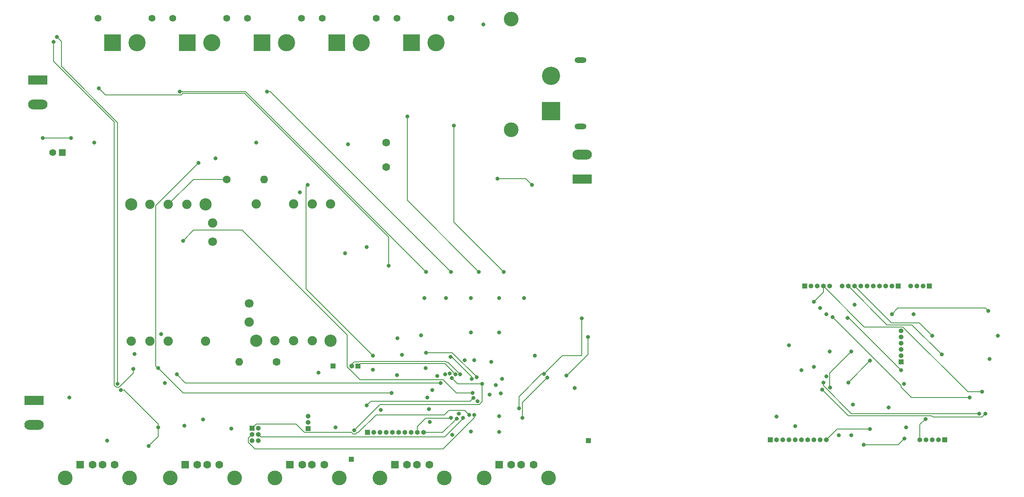
<source format=gbr>
%TF.GenerationSoftware,KiCad,Pcbnew,(6.0.0)*%
%TF.CreationDate,2022-02-25T16:17:33+00:00*%
%TF.ProjectId,ISOpower,49534f70-6f77-4657-922e-6b696361645f,rev?*%
%TF.SameCoordinates,Original*%
%TF.FileFunction,Copper,L3,Inr*%
%TF.FilePolarity,Positive*%
%FSLAX46Y46*%
G04 Gerber Fmt 4.6, Leading zero omitted, Abs format (unit mm)*
G04 Created by KiCad (PCBNEW (6.0.0)) date 2022-02-25 16:17:33*
%MOMM*%
%LPD*%
G01*
G04 APERTURE LIST*
%TA.AperFunction,ComponentPad*%
%ADD10C,3.716000*%
%TD*%
%TA.AperFunction,ComponentPad*%
%ADD11R,3.716000X3.716000*%
%TD*%
%TA.AperFunction,ComponentPad*%
%ADD12O,2.400000X1.200000*%
%TD*%
%TA.AperFunction,ComponentPad*%
%ADD13R,1.600000X1.500000*%
%TD*%
%TA.AperFunction,ComponentPad*%
%ADD14C,1.600000*%
%TD*%
%TA.AperFunction,ComponentPad*%
%ADD15C,3.000000*%
%TD*%
%TA.AperFunction,ComponentPad*%
%ADD16R,1.000000X1.000000*%
%TD*%
%TA.AperFunction,ComponentPad*%
%ADD17O,1.000000X1.000000*%
%TD*%
%TA.AperFunction,ComponentPad*%
%ADD18C,1.400000*%
%TD*%
%TA.AperFunction,ComponentPad*%
%ADD19R,3.500000X3.500000*%
%TD*%
%TA.AperFunction,ComponentPad*%
%ADD20C,3.500000*%
%TD*%
%TA.AperFunction,ComponentPad*%
%ADD21O,1.600000X1.600000*%
%TD*%
%TA.AperFunction,ComponentPad*%
%ADD22R,3.960000X1.980000*%
%TD*%
%TA.AperFunction,ComponentPad*%
%ADD23O,3.960000X1.980000*%
%TD*%
%TA.AperFunction,ComponentPad*%
%ADD24C,1.900000*%
%TD*%
%TA.AperFunction,ComponentPad*%
%ADD25C,1.800000*%
%TD*%
%TA.AperFunction,ComponentPad*%
%ADD26C,2.500000*%
%TD*%
%TA.AperFunction,ComponentPad*%
%ADD27R,1.400000X1.400000*%
%TD*%
%TA.AperFunction,ViaPad*%
%ADD28C,0.800000*%
%TD*%
%TA.AperFunction,Conductor*%
%ADD29C,0.200000*%
%TD*%
G04 APERTURE END LIST*
D10*
%TO.N,GND*%
%TO.C,J1*%
X167454511Y-54899511D03*
D11*
%TO.N,/24V_0*%
X167454511Y-62099511D03*
D12*
%TO.N,N/C*%
X173454511Y-65249511D03*
X173454511Y-51749511D03*
%TD*%
D13*
%TO.N,5V_BUS*%
%TO.C,J12*%
X135599511Y-134319511D03*
D14*
%TO.N,unconnected-(J12-Pad2)*%
X138099511Y-134319511D03*
%TO.N,unconnected-(J12-Pad3)*%
X140099511Y-134319511D03*
%TO.N,GND*%
X142599511Y-134319511D03*
D15*
X145669511Y-137029511D03*
X132529511Y-137029511D03*
%TD*%
D16*
%TO.N,23*%
%TO.C,J2*%
X247742500Y-129225000D03*
D17*
%TO.N,19*%
X246472500Y-129225000D03*
%TO.N,18*%
X245202500Y-129225000D03*
%TO.N,5*%
X243932500Y-129225000D03*
%TO.N,4*%
X242662500Y-129225000D03*
%TD*%
D18*
%TO.N,*%
%TO.C,J15*%
X90284511Y-43129511D03*
X101284511Y-43129511D03*
D19*
%TO.N,GND*%
X93284511Y-48129511D03*
D20*
%TO.N,/Power Outputs/12V_OP_1*%
X98284511Y-48129511D03*
%TD*%
D14*
%TO.N,Net-(R7-Pad1)*%
%TO.C,R7*%
X101304511Y-76069511D03*
D21*
%TO.N,GND*%
X108924511Y-76069511D03*
%TD*%
D16*
%TO.N,Net-(J8-Pad1)*%
%TO.C,J8*%
X106494511Y-126869511D03*
D17*
%TO.N,/AtMega328p/MCU_5V_BUS*%
X107764511Y-126869511D03*
%TO.N,Net-(J8-Pad3)*%
X106494511Y-128139511D03*
%TO.N,Net-(J8-Pad4)*%
X107764511Y-128139511D03*
%TO.N,/AtMega328p/USB MCU CH340 Interface A/DTR_A*%
X106494511Y-129409511D03*
%TO.N,GND*%
X107764511Y-129409511D03*
%TD*%
%TO.N,/AtMega328p/ADC4*%
%TO.C,J25*%
X126814511Y-114169511D03*
D16*
%TO.N,/AtMega328p/ADC5*%
X128084511Y-114169511D03*
%TD*%
D22*
%TO.N,GND*%
%TO.C,J21*%
X173804511Y-75989511D03*
D23*
%TO.N,24V_BUS*%
X173804511Y-70989511D03*
%TD*%
D24*
%TO.N,unconnected-(U5-Pad34)*%
%TO.C,U5*%
X85624511Y-109089511D03*
%TO.N,unconnected-(U5-Pad33)*%
X98424511Y-84989511D03*
D25*
%TO.N,unconnected-(U5-Pad32)*%
X98424511Y-88789511D03*
D26*
%TO.N,/Power Distribution/12V_I_SENSE_IP*%
X81824511Y-81189511D03*
D24*
X85624511Y-81189511D03*
%TO.N,Net-(R7-Pad1)*%
X89424511Y-81189511D03*
%TO.N,unconnected-(U5-Pad5)*%
X93224511Y-81189511D03*
D26*
%TO.N,GND*%
X97024511Y-81189511D03*
D24*
X97024511Y-109089511D03*
%TO.N,Net-(JP3-Pad2)*%
X89424511Y-109089511D03*
%TO.N,24V_BUS*%
X81824511Y-109089511D03*
%TD*%
D18*
%TO.N,*%
%TO.C,J14*%
X75044511Y-43129511D03*
X86044511Y-43129511D03*
D19*
%TO.N,GND*%
X78044511Y-48129511D03*
D20*
%TO.N,/Power Outputs/12V_OP_0*%
X83044511Y-48129511D03*
%TD*%
D18*
%TO.N,*%
%TO.C,J18*%
X147004511Y-43129511D03*
X136004511Y-43129511D03*
D19*
%TO.N,GND*%
X139004511Y-48129511D03*
D20*
%TO.N,/Power Outputs/12V_OP_4*%
X144004511Y-48129511D03*
%TD*%
D16*
%TO.N,/AtMega328p/CH_C*%
%TO.C,J24*%
X123004511Y-114169511D03*
%TD*%
D22*
%TO.N,GND*%
%TO.C,J22*%
X62804511Y-55749511D03*
D23*
%TO.N,12V_BUS*%
X62804511Y-60749511D03*
%TD*%
D16*
%TO.N,/ESP32_Daughterboard/GND*%
%TO.C,J7*%
X219147500Y-97877500D03*
D17*
%TO.N,/ESP32_Daughterboard/3V3_BUS*%
X220417500Y-97877500D03*
%TO.N,/ESP32_Daughterboard/MCU_5V_BUS*%
X221687500Y-97877500D03*
%TO.N,SCL*%
X222957500Y-97877500D03*
%TO.N,SDA*%
X224227500Y-97877500D03*
%TD*%
D13*
%TO.N,5V_BUS*%
%TO.C,J13*%
X156849506Y-134319511D03*
D14*
%TO.N,unconnected-(J13-Pad2)*%
X159349506Y-134319511D03*
%TO.N,unconnected-(J13-Pad3)*%
X161349506Y-134319511D03*
%TO.N,GND*%
X163849506Y-134319511D03*
D15*
X153779506Y-137029511D03*
X166919506Y-137029511D03*
%TD*%
D24*
%TO.N,24V_BUS*%
%TO.C,U4*%
X122524511Y-81119511D03*
%TO.N,Net-(JP2-Pad2)*%
X114924511Y-81119511D03*
%TO.N,GND*%
X107324511Y-81119511D03*
D26*
X107324511Y-109019511D03*
D24*
%TO.N,unconnected-(U4-Pad5)*%
X111124511Y-109019511D03*
%TO.N,Net-(R6-Pad1)*%
X114924511Y-109019511D03*
%TO.N,/Power Distribution/5V_I_SENSE_IP*%
X118724511Y-109019511D03*
D26*
X122524511Y-109019511D03*
D25*
%TO.N,unconnected-(U4-Pad32)*%
X105924511Y-101419511D03*
D24*
%TO.N,unconnected-(U4-Pad33)*%
X105924511Y-105219511D03*
%TO.N,unconnected-(U4-Pad34)*%
X118724511Y-81119511D03*
%TD*%
D16*
%TO.N,Net-(J3-Pad1)*%
%TO.C,J3*%
X244557500Y-97877500D03*
D17*
%TO.N,Net-(J3-Pad2)*%
X243287500Y-97877500D03*
%TO.N,Net-(J3-Pad3)*%
X242017500Y-97877500D03*
%TO.N,Net-(J3-Pad4)*%
X240747500Y-97877500D03*
%TD*%
D14*
%TO.N,24V_BUS*%
%TO.C,C19*%
X133799511Y-73529511D03*
%TO.N,GND*%
X133799511Y-68529511D03*
%TD*%
D27*
%TO.N,12V_BUS*%
%TO.C,M1*%
X67809511Y-70629511D03*
D18*
%TO.N,GND*%
X65809511Y-70629511D03*
%TD*%
D13*
%TO.N,5V_BUS*%
%TO.C,J10*%
X92834511Y-134319511D03*
D14*
%TO.N,unconnected-(J10-Pad2)*%
X95334511Y-134319511D03*
%TO.N,unconnected-(J10-Pad3)*%
X97334511Y-134319511D03*
%TO.N,GND*%
X99834511Y-134319511D03*
D15*
X102904511Y-137029511D03*
X89764511Y-137029511D03*
%TD*%
D16*
%TO.N,/USB_PBUS*%
%TO.C,J6*%
X117924511Y-126954511D03*
D17*
%TO.N,/AtMega328p/MCU_5V_BUS*%
X117924511Y-125684511D03*
%TO.N,MCU_5V*%
X117924511Y-124414511D03*
%TD*%
D14*
%TO.N,Net-(R6-Pad1)*%
%TO.C,R6*%
X111464511Y-113369511D03*
D21*
%TO.N,GND*%
X103844511Y-113369511D03*
%TD*%
D16*
%TO.N,/USB_PBUS*%
%TO.C,J26*%
X175074511Y-129409511D03*
%TD*%
D18*
%TO.N,*%
%TO.C,J17*%
X120764511Y-43129511D03*
X131764511Y-43129511D03*
D19*
%TO.N,GND*%
X123764511Y-48129511D03*
D20*
%TO.N,/Power Outputs/12V_OP_3*%
X128764511Y-48129511D03*
%TD*%
D18*
%TO.N,*%
%TO.C,J16*%
X116524511Y-43129511D03*
X105524511Y-43129511D03*
D19*
%TO.N,GND*%
X108524511Y-48129511D03*
D20*
%TO.N,/Power Outputs/12V_OP_2*%
X113524511Y-48129511D03*
%TD*%
D13*
%TO.N,5V_BUS*%
%TO.C,J9*%
X71464511Y-134319511D03*
D14*
%TO.N,unconnected-(J9-Pad2)*%
X73964511Y-134319511D03*
%TO.N,unconnected-(J9-Pad3)*%
X75964511Y-134319511D03*
%TO.N,GND*%
X78464511Y-134319511D03*
D15*
X68394511Y-137029511D03*
X81534511Y-137029511D03*
%TD*%
D16*
%TO.N,/3V3_BUS*%
%TO.C,J30*%
X126704511Y-133219511D03*
%TD*%
%TO.N,GND*%
%TO.C,J29*%
X130004511Y-127747783D03*
D17*
%TO.N,/3V3_BUS*%
X131274511Y-127747783D03*
%TO.N,/AtMega328p/MCU_5V_BUS*%
X132544511Y-127747783D03*
%TO.N,/USB_PBUS*%
X133814511Y-127747783D03*
%TO.N,unconnected-(J29-Pad5)*%
X135084511Y-127747783D03*
%TO.N,unconnected-(J29-Pad6)*%
X136354511Y-127747783D03*
%TO.N,unconnected-(J29-Pad7)*%
X137624511Y-127747783D03*
%TO.N,unconnected-(J29-Pad8)*%
X138894511Y-127747783D03*
%TO.N,/AtMega328p/SSERIAL_TX*%
X140164511Y-127747783D03*
%TO.N,/AtMega328p/SSERIAL_RX*%
X141434511Y-127747783D03*
%TD*%
D16*
%TO.N,Net-(J5-Pad1)*%
%TO.C,J5*%
X238207500Y-97877500D03*
D17*
%TO.N,Net-(J5-Pad2)*%
X236937500Y-97877500D03*
%TO.N,Net-(J5-Pad3)*%
X235667500Y-97877500D03*
%TO.N,Net-(J5-Pad4)*%
X234397500Y-97877500D03*
%TO.N,Net-(J5-Pad5)*%
X233127500Y-97877500D03*
%TO.N,Net-(J5-Pad6)*%
X231857500Y-97877500D03*
%TO.N,Net-(J5-Pad7)*%
X230587500Y-97877500D03*
%TO.N,Net-(J5-Pad8)*%
X229317500Y-97877500D03*
%TO.N,Net-(J5-Pad9)*%
X228047500Y-97877500D03*
%TO.N,Net-(D9-Pad2)*%
X226777500Y-97877500D03*
%TD*%
D15*
%TO.N,/24V_0*%
%TO.C,F1*%
X159324511Y-43309511D03*
%TO.N,/24V_1*%
X159324511Y-65909511D03*
%TD*%
D16*
%TO.N,Net-(J4-Pad1)*%
%TO.C,J4*%
X238842500Y-113350000D03*
D17*
%TO.N,Net-(J4-Pad2)*%
X238842500Y-112080000D03*
%TO.N,Net-(J4-Pad3)*%
X238842500Y-110810000D03*
%TO.N,Net-(J4-Pad4)*%
X238842500Y-109540000D03*
%TO.N,Net-(J4-Pad5)*%
X238842500Y-108270000D03*
%TO.N,Net-(J4-Pad6)*%
X238842500Y-107000000D03*
%TD*%
D22*
%TO.N,GND*%
%TO.C,J23*%
X62044511Y-121234511D03*
D23*
%TO.N,5V_BUS*%
X62044511Y-126234511D03*
%TD*%
D13*
%TO.N,5V_BUS*%
%TO.C,J11*%
X114204511Y-134319511D03*
D14*
%TO.N,unconnected-(J11-Pad2)*%
X116704511Y-134319511D03*
%TO.N,unconnected-(J11-Pad3)*%
X118704511Y-134319511D03*
%TO.N,GND*%
X121204511Y-134319511D03*
D15*
X111134511Y-137029511D03*
X124274511Y-137029511D03*
%TD*%
D16*
%TO.N,/ESP32_Daughterboard/GND*%
%TO.C,J19*%
X212172500Y-129225000D03*
D17*
%TO.N,/ESP32_Daughterboard/3V3_BUS*%
X213442500Y-129225000D03*
%TO.N,/ESP32_Daughterboard/MCU_5V_BUS*%
X214712500Y-129225000D03*
%TO.N,/ESP32_Daughterboard/USB_PBUS*%
X215982500Y-129225000D03*
%TO.N,unconnected-(J19-Pad5)*%
X217252500Y-129225000D03*
%TO.N,unconnected-(J19-Pad6)*%
X218522500Y-129225000D03*
%TO.N,unconnected-(J19-Pad7)*%
X219792500Y-129225000D03*
%TO.N,unconnected-(J19-Pad8)*%
X221062500Y-129225000D03*
%TO.N,/ESP32_Daughterboard/SSERIAL_TX*%
X222332500Y-129225000D03*
%TO.N,/ESP32_Daughterboard/SSERIAL_RX*%
X223602500Y-129225000D03*
%TD*%
D28*
%TO.N,GND*%
X116205000Y-78740000D03*
X141900489Y-114639511D03*
X142240000Y-120650000D03*
X151765000Y-113030000D03*
%TO.N,Net-(D4-Pad2)*%
X156845000Y-124460000D03*
X147320000Y-128270000D03*
%TO.N,GND*%
X151130000Y-127570500D03*
X154940000Y-120015000D03*
X157480000Y-116840000D03*
X132715000Y-123190000D03*
X164115268Y-112109732D03*
X156845000Y-107315000D03*
X151130000Y-107315000D03*
X140970000Y-107950000D03*
X136128550Y-108548340D03*
X156845000Y-127635000D03*
X161925000Y-100330000D03*
X156845000Y-100330000D03*
X151130000Y-100330000D03*
X146050000Y-100330000D03*
X141605000Y-100330000D03*
X88714511Y-117660489D03*
X120015000Y-115570000D03*
X102235000Y-127000000D03*
X96520000Y-125095000D03*
X92710000Y-126365000D03*
X82550000Y-111760000D03*
X69215000Y-120650000D03*
X76969511Y-129404511D03*
X153670000Y-44450000D03*
X99060000Y-71755000D03*
X107315000Y-68580000D03*
X74295000Y-68580000D03*
%TO.N,Net-(C18-Pad1)*%
X69554511Y-67649511D03*
X63839511Y-67649511D03*
%TO.N,/ESP32_Daughterboard/USB ESP32 CH340 Interface /ESP_EN*%
X236937500Y-103592500D03*
X256622500Y-102957500D03*
%TO.N,MCU_5V*%
X125434511Y-91144511D03*
X87969511Y-107654511D03*
X131149511Y-114935000D03*
%TO.N,Net-(D1-Pad2)*%
X156549511Y-75904511D03*
X163534511Y-77174511D03*
%TO.N,Net-(D4-Pad2)*%
X170586217Y-116099521D03*
X161629511Y-124799511D03*
X166709511Y-116544511D03*
X174964511Y-108289511D03*
%TO.N,Net-(D4-Pad3)*%
X160930011Y-122794531D03*
X166002756Y-115837756D03*
X173694511Y-104479511D03*
%TO.N,Net-(D6-Pad2)*%
X79079511Y-117814511D03*
X66675000Y-46961289D03*
%TO.N,Net-(D8-Pad2)*%
X82232476Y-114779011D03*
X66040000Y-47960792D03*
%TO.N,4*%
X243790979Y-125011511D03*
%TO.N,Net-(J5-Pad8)*%
X245192500Y-108037500D03*
%TO.N,Net-(J5-Pad9)*%
X247097500Y-111847500D03*
%TO.N,SCL*%
X255352500Y-119467500D03*
X221062500Y-101052500D03*
%TO.N,SDA*%
X224872500Y-104227500D03*
X252812500Y-120652998D03*
%TO.N,Net-(J8-Pad1)*%
X150773492Y-124165021D03*
%TO.N,Net-(J8-Pad3)*%
X151772730Y-124142049D03*
%TO.N,Net-(J8-Pad4)*%
X149468877Y-124741579D03*
%TO.N,/5V_BUS_MONITOR*%
X79731429Y-119112465D03*
X85429511Y-130514511D03*
X142579511Y-122959011D03*
X136020139Y-116054383D03*
X87334511Y-126704511D03*
%TO.N,/12V_BUS_MONITOR*%
X95589511Y-72729511D03*
X87334511Y-114639511D03*
X134959511Y-119719511D03*
%TO.N,/BUS_B_DISABLE*%
X117814511Y-77174511D03*
X131149511Y-112099511D03*
%TO.N,/BUS_A_DISABLE*%
X91144511Y-115909511D03*
X144909000Y-117660880D03*
%TO.N,/Power Outputs/5v to 12v logic conversion_v2/0_OUT*%
X75269511Y-57489511D03*
X134324511Y-93684511D03*
%TO.N,/Power Outputs/5v to 12v logic conversion_v2/1_OUT*%
X141944511Y-94954511D03*
X91779511Y-58124511D03*
%TO.N,/Power Outputs/5v to 12v logic conversion_v2/2_OUT*%
X109559511Y-58124511D03*
X147024511Y-94954511D03*
%TO.N,/Power Outputs/5v to 12v logic conversion_v2/3_OUT*%
X138134511Y-63204511D03*
X152739511Y-94954511D03*
%TO.N,/Power Outputs/5v to 12v logic conversion_v2/4_OUT*%
X147659511Y-65109511D03*
X157819511Y-94954511D03*
%TO.N,Net-(Q19-Pad2)*%
X224382372Y-118623128D03*
X228682500Y-111212500D03*
%TO.N,/ESP32_Daughterboard/GND*%
X239842500Y-126722500D03*
X229317500Y-101687500D03*
X226141882Y-128357269D03*
X256892500Y-112752500D03*
X213437500Y-124552500D03*
X215990000Y-109935000D03*
X241382500Y-103592500D03*
X228997500Y-122090000D03*
X223602500Y-103592500D03*
X221062500Y-114387500D03*
X217252500Y-126452500D03*
X218522500Y-115022500D03*
X239449083Y-117819349D03*
%TO.N,Net-(Q20-Pad2)*%
X232492500Y-113117500D03*
X228047500Y-117562500D03*
%TO.N,/ESP32_Daughterboard/MCU_5V_BUS*%
X222332500Y-102322500D03*
X223538000Y-116292500D03*
X224237500Y-111212500D03*
%TO.N,/ESP32_Daughterboard/3V3_BUS*%
X236302500Y-122642500D03*
X228682500Y-128357500D03*
X258527500Y-108037500D03*
%TO.N,/AtMega328p/MCU_5V_BUS*%
X149860000Y-113030000D03*
X155279511Y-113369511D03*
X144209500Y-116261880D03*
X152490011Y-121379692D03*
X143214511Y-119084511D03*
X142703883Y-125664383D03*
%TO.N,/BUS_I_SENSE_A*%
X151469511Y-119655011D03*
X92414511Y-88604511D03*
%TO.N,/BUS_I_SENSE_B*%
X151598314Y-120680192D03*
X129879511Y-122195011D03*
%TO.N,/AtMega328p/USB MCU CH340 Interface A/DTR_A*%
X147214648Y-116607555D03*
X127339511Y-127339511D03*
X153374511Y-117814511D03*
%TO.N,/USB_PBUS*%
X123529511Y-126704511D03*
X172251616Y-118712935D03*
%TO.N,/ESP32_Daughterboard/SSERIAL_RX*%
X232492500Y-127087500D03*
%TO.N,/AtMega328p/ADC5*%
X147930008Y-115909511D03*
%TO.N,/AtMega328p/ADC4*%
X148929511Y-115909511D03*
%TO.N,Net-(D9-Pad2)*%
X227921739Y-104353261D03*
X238842500Y-115022500D03*
%TO.N,/AtMega328p/SSERIAL_TX*%
X146999842Y-124735445D03*
%TO.N,/AtMega328p/SSERIAL_RX*%
X148209834Y-124909082D03*
%TO.N,/AtMega328p/CH_F*%
X137041633Y-111922389D03*
X148609011Y-123959149D03*
%TO.N,/AtMega328p/CH_G*%
X141944511Y-111464511D03*
X152256854Y-116510188D03*
%TO.N,/AtMega328p/CH_H*%
X151292014Y-116781232D03*
X146975106Y-112310607D03*
%TO.N,/ESP32_Daughterboard/Logic Level Conversion/1A*%
X231222500Y-130262500D03*
X239477500Y-128992500D03*
%TO.N,/ESP32_Daughterboard/USB ESP32 CH340 Interface /TxD_B*%
X222967500Y-117562500D03*
X254717500Y-123912500D03*
%TO.N,/ESP32_Daughterboard/USB ESP32 CH340 Interface /RxD_B*%
X222758128Y-118977372D03*
X255987500Y-123912500D03*
%TO.N,/AtMega328p/USB MCU CH340 Interface A/RxD_A*%
X146798874Y-115687090D03*
X157184511Y-119784011D03*
%TO.N,/AtMega328p/USB MCU CH340 Interface A/TxD_A*%
X156210000Y-118110000D03*
X145823393Y-115904904D03*
%TO.N,HV*%
X126069511Y-68919511D03*
X129879511Y-89874511D03*
%TD*%
D29*
%TO.N,/BUS_I_SENSE_A*%
X94555000Y-86464022D02*
X92414511Y-88604511D01*
X104490363Y-86464022D02*
X94555000Y-86464022D01*
X125875181Y-107848840D02*
X104490363Y-86464022D01*
X125875181Y-114360861D02*
X125875181Y-107848840D01*
X128475700Y-116961380D02*
X125875181Y-114360861D01*
X145415000Y-116961380D02*
X128475700Y-116961380D01*
X151469511Y-119655011D02*
X148108631Y-119655011D01*
X148108631Y-119655011D02*
X145415000Y-116961380D01*
%TO.N,Net-(J8-Pad4)*%
X149468877Y-124938075D02*
X149468877Y-124741579D01*
X108264510Y-128639510D02*
X145767442Y-128639510D01*
X145767442Y-128639510D02*
X149468877Y-124938075D01*
X107764511Y-128139511D02*
X108264510Y-128639510D01*
%TO.N,Net-(D8-Pad2)*%
X66040000Y-52000006D02*
X66040000Y-47960792D01*
X78380000Y-64340006D02*
X66040000Y-52000006D01*
X78380000Y-118104259D02*
X78380000Y-64340006D01*
X78789763Y-118514022D02*
X78380000Y-118104259D01*
X79369259Y-118514022D02*
X78789763Y-118514022D01*
X82232476Y-115650805D02*
X79369259Y-118514022D01*
X82232476Y-114779011D02*
X82232476Y-115650805D01*
%TO.N,Net-(D6-Pad2)*%
X67612350Y-53007350D02*
X67612350Y-47898639D01*
X79079511Y-64474511D02*
X67612350Y-53007350D01*
X79079511Y-117814511D02*
X79079511Y-64474511D01*
X67612350Y-47898639D02*
X66675000Y-46961289D01*
%TO.N,/5V_BUS_MONITOR*%
X87334511Y-126069511D02*
X80377465Y-119112465D01*
X87334511Y-126704511D02*
X87334511Y-126069511D01*
X80377465Y-119112465D02*
X79731429Y-119112465D01*
%TO.N,/BUS_I_SENSE_B*%
X130725021Y-121349501D02*
X150929005Y-121349501D01*
X129879511Y-122195011D02*
X130725021Y-121349501D01*
X150929005Y-121349501D02*
X151598314Y-120680192D01*
%TO.N,/AtMega328p/ADC5*%
X147498375Y-115477878D02*
X147930008Y-115909511D01*
X147498375Y-115397346D02*
X147498375Y-115477878D01*
X145766029Y-113665000D02*
X147498375Y-115397346D01*
%TO.N,/AtMega328p/ADC4*%
X127340000Y-113370000D02*
X126814511Y-113895489D01*
X128319028Y-113370000D02*
X127340000Y-113370000D01*
X146454012Y-113434012D02*
X146100034Y-113434012D01*
X146100034Y-113434012D02*
X145931511Y-113265489D01*
X148929511Y-115909511D02*
X146454012Y-113434012D01*
X145931511Y-113265489D02*
X128423538Y-113265490D01*
X128423538Y-113265490D02*
X128319028Y-113370000D01*
%TO.N,/AtMega328p/ADC5*%
X128589022Y-113665000D02*
X145766029Y-113665000D01*
X128084511Y-114169511D02*
X128589022Y-113665000D01*
%TO.N,/BUS_A_DISABLE*%
X92872255Y-117637255D02*
X144885375Y-117637255D01*
X144885375Y-117637255D02*
X144909000Y-117660880D01*
X91144511Y-115909511D02*
X92872255Y-117637255D01*
%TO.N,/AtMega328p/CH_H*%
X147235607Y-112310607D02*
X151292014Y-116367014D01*
X151292014Y-116367014D02*
X151292014Y-116781232D01*
X146975106Y-112310607D02*
X147235607Y-112310607D01*
%TO.N,/AtMega328p/CH_G*%
X147305266Y-111464511D02*
X152256854Y-116416099D01*
X141944511Y-111464511D02*
X147305266Y-111464511D01*
X152256854Y-116416099D02*
X152256854Y-116510188D01*
%TO.N,Net-(J8-Pad3)*%
X151772730Y-124806515D02*
X151772730Y-124142049D01*
X107103831Y-131149511D02*
X145429734Y-131149511D01*
X105695000Y-129740680D02*
X107103831Y-131149511D01*
X105695000Y-128939022D02*
X105695000Y-129740680D01*
X145429734Y-131149511D02*
X151772730Y-124806515D01*
X106494511Y-128139511D02*
X105695000Y-128939022D01*
%TO.N,Net-(R7-Pad1)*%
X94544511Y-76069511D02*
X101304511Y-76069511D01*
X89424511Y-81189511D02*
X94544511Y-76069511D01*
%TO.N,Net-(C18-Pad1)*%
X63839511Y-67649511D02*
X69554511Y-67649511D01*
%TO.N,/ESP32_Daughterboard/USB ESP32 CH340 Interface /ESP_EN*%
X256032021Y-102367021D02*
X238162979Y-102367021D01*
X256622500Y-102957500D02*
X256032021Y-102367021D01*
X238162979Y-102367021D02*
X236937500Y-103592500D01*
%TO.N,Net-(D1-Pad2)*%
X162264511Y-75904511D02*
X163534511Y-77174511D01*
X156549511Y-75904511D02*
X162264511Y-75904511D01*
%TO.N,Net-(D4-Pad2)*%
X174964511Y-108289511D02*
X174964511Y-111818756D01*
X166709511Y-116544511D02*
X161629511Y-121624511D01*
X174964511Y-111818756D02*
X170683746Y-116099521D01*
X161629511Y-121624511D02*
X161629511Y-124799511D01*
X170683746Y-116099521D02*
X170586217Y-116099521D01*
%TO.N,Net-(D4-Pad3)*%
X173694511Y-112099511D02*
X173694511Y-104479511D01*
X173694511Y-112099511D02*
X169741001Y-112099511D01*
X160930011Y-120419011D02*
X160930011Y-122794531D01*
X166002756Y-115837756D02*
X165511266Y-115837756D01*
X165511266Y-115837756D02*
X160930011Y-120419011D01*
X169741001Y-112099511D02*
X166002756Y-115837756D01*
%TO.N,4*%
X242662500Y-126139990D02*
X243790979Y-125011511D01*
X242662500Y-129225000D02*
X242662500Y-126139990D01*
%TO.N,Net-(J5-Pad8)*%
X236841467Y-105401467D02*
X242556467Y-105401467D01*
X242556467Y-105401467D02*
X245192500Y-108037500D01*
X229317500Y-97877500D02*
X236841467Y-105401467D01*
%TO.N,Net-(J5-Pad9)*%
X235970978Y-105800978D02*
X241050978Y-105800978D01*
X241050978Y-105800978D02*
X247097500Y-111847500D01*
X228047500Y-97877500D02*
X235970978Y-105800978D01*
%TO.N,SCL*%
X231280489Y-106200489D02*
X239173669Y-106200489D01*
X221062500Y-101052500D02*
X222957500Y-99157500D01*
X222957500Y-99157500D02*
X222957500Y-97877500D01*
X252440680Y-119467500D02*
X255352500Y-119467500D01*
X239173669Y-106200489D02*
X252440680Y-119467500D01*
X222957500Y-97877500D02*
X231280489Y-106200489D01*
%TO.N,SDA*%
X224872500Y-104227500D02*
X238777999Y-118132999D01*
X238777999Y-118132999D02*
X238777999Y-118487244D01*
X238777999Y-118487244D02*
X240943753Y-120652998D01*
X240943753Y-120652998D02*
X252812500Y-120652998D01*
%TO.N,Net-(J8-Pad1)*%
X145698999Y-124164511D02*
X146637626Y-123225884D01*
X127629255Y-128039012D02*
X127914245Y-127754022D01*
X126764777Y-127754022D02*
X127049767Y-128039012D01*
X127914245Y-127754022D02*
X128195000Y-127754022D01*
X127049767Y-128039012D02*
X127629255Y-128039012D01*
X128195000Y-127754022D02*
X131784511Y-124164511D01*
X131784511Y-124164511D02*
X145698999Y-124164511D01*
X146637626Y-123225884D02*
X149834355Y-123225884D01*
X106494511Y-126869511D02*
X107294022Y-126070000D01*
X117125000Y-127754022D02*
X126764777Y-127754022D01*
X115440978Y-126070000D02*
X117125000Y-127754022D01*
X149834355Y-123225884D02*
X150773492Y-124165021D01*
X107294022Y-126070000D02*
X115440978Y-126070000D01*
%TO.N,/5V_BUS_MONITOR*%
X87334511Y-128609511D02*
X87334511Y-126704511D01*
X85429511Y-130514511D02*
X87334511Y-128609511D01*
%TO.N,/12V_BUS_MONITOR*%
X86874022Y-114179022D02*
X87334511Y-114639511D01*
X95589511Y-72729511D02*
X86874022Y-81445000D01*
X92414511Y-119719511D02*
X134959511Y-119719511D01*
X86874022Y-81445000D02*
X86874022Y-114179022D01*
X87334511Y-114639511D02*
X92414511Y-119719511D01*
%TO.N,/BUS_B_DISABLE*%
X117475000Y-77514022D02*
X117475000Y-98425000D01*
X117814511Y-77174511D02*
X117475000Y-77514022D01*
X117475000Y-98425000D02*
X131149511Y-112099511D01*
%TO.N,/Power Outputs/5v to 12v logic conversion_v2/0_OUT*%
X76604012Y-58824012D02*
X75269511Y-57489511D01*
X104949028Y-58524022D02*
X92369245Y-58524022D01*
X134324511Y-93684511D02*
X134324511Y-87899505D01*
X134324511Y-87899505D02*
X104949028Y-58524022D01*
X92069255Y-58824012D02*
X76604012Y-58824012D01*
X92369245Y-58524022D02*
X92069255Y-58824012D01*
%TO.N,/Power Outputs/5v to 12v logic conversion_v2/1_OUT*%
X105114511Y-58124511D02*
X91779511Y-58124511D01*
X141944511Y-94954511D02*
X105114511Y-58124511D01*
%TO.N,/Power Outputs/5v to 12v logic conversion_v2/2_OUT*%
X147024511Y-94954511D02*
X110194511Y-58124511D01*
X110194511Y-58124511D02*
X109559511Y-58124511D01*
%TO.N,/Power Outputs/5v to 12v logic conversion_v2/3_OUT*%
X152739511Y-94954511D02*
X138134511Y-80349511D01*
X138134511Y-80349511D02*
X138134511Y-63204511D01*
%TO.N,/Power Outputs/5v to 12v logic conversion_v2/4_OUT*%
X147659511Y-84794511D02*
X157819511Y-94954511D01*
X147659511Y-65109511D02*
X147659511Y-84794511D01*
%TO.N,Net-(Q19-Pad2)*%
X224237500Y-115657500D02*
X224237500Y-118478256D01*
X228682500Y-111212500D02*
X224237500Y-115657500D01*
X224237500Y-118478256D02*
X224382372Y-118623128D01*
%TO.N,Net-(Q20-Pad2)*%
X232492500Y-113117500D02*
X228047500Y-117562500D01*
%TO.N,/AtMega328p/USB MCU CH340 Interface A/DTR_A*%
X153374511Y-121489118D02*
X153374511Y-117814511D01*
X127339511Y-127339511D02*
X132599829Y-122079193D01*
X148421604Y-117814511D02*
X147214648Y-116607555D01*
X152784436Y-122079193D02*
X153374511Y-121489118D01*
X153374511Y-117814511D02*
X148421604Y-117814511D01*
X132599829Y-122079193D02*
X152784436Y-122079193D01*
%TO.N,/ESP32_Daughterboard/SSERIAL_RX*%
X223602500Y-129225000D02*
X225740000Y-127087500D01*
X225740000Y-127087500D02*
X232492500Y-127087500D01*
%TO.N,Net-(D9-Pad2)*%
X228173261Y-104353261D02*
X227921739Y-104353261D01*
X238842500Y-115022500D02*
X228173261Y-104353261D01*
%TO.N,/AtMega328p/SSERIAL_TX*%
X140164511Y-127747783D02*
X140164511Y-126565266D01*
X140164511Y-126565266D02*
X141871767Y-124858010D01*
X146877277Y-124858010D02*
X146999842Y-124735445D01*
X141871767Y-124858010D02*
X146877277Y-124858010D01*
%TO.N,/AtMega328p/SSERIAL_RX*%
X141434511Y-127747783D02*
X145371133Y-127747783D01*
X145371133Y-127747783D02*
X148209834Y-124909082D01*
%TO.N,/ESP32_Daughterboard/Logic Level Conversion/1A*%
X231222500Y-130262500D02*
X238207500Y-130262500D01*
X238207500Y-130262500D02*
X239477500Y-128992500D01*
%TO.N,/ESP32_Daughterboard/USB ESP32 CH340 Interface /TxD_B*%
X222967500Y-118197500D02*
X228682500Y-123912500D01*
X254717500Y-123912500D02*
X228682500Y-123912500D01*
X222967500Y-118197500D02*
X222967500Y-117562500D01*
%TO.N,/ESP32_Daughterboard/USB ESP32 CH340 Interface /RxD_B*%
X255287999Y-124612001D02*
X245327008Y-124612001D01*
X255987500Y-123912500D02*
X255287999Y-124612001D01*
X245327008Y-124612001D02*
X245027018Y-124312011D01*
X245027018Y-124312011D02*
X228092767Y-124312011D01*
X228092767Y-124312011D02*
X222758128Y-118977372D01*
%TD*%
M02*

</source>
